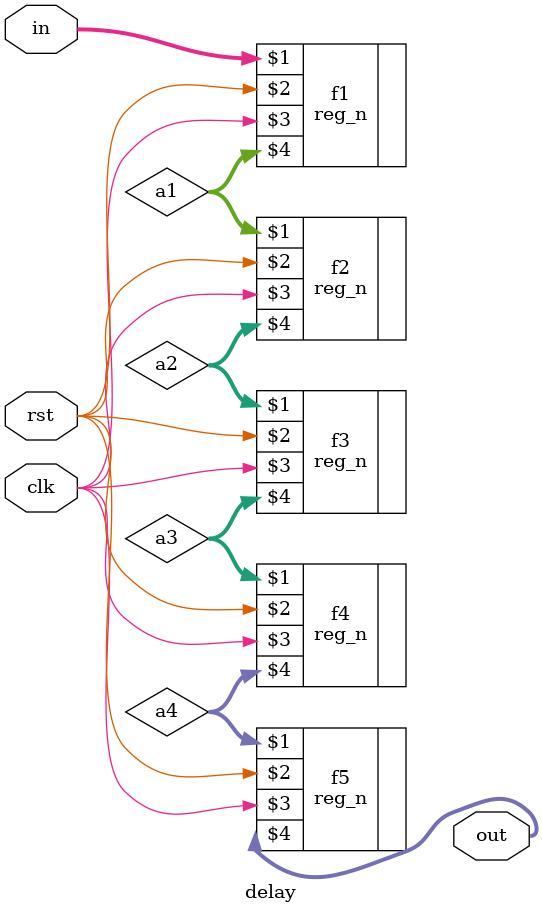
<source format=v>
module delay #(parameter N = 4)
(
    input [(2 ** N) - 1 : 0] in,
    input clk, rst,
    output [(2 ** N) - 1 : 0] out
);
    wire [(2 ** N) - 1 : 0] a1, a2, a3, a4;

    reg_n f1(in, rst, clk, a1);
    reg_n f2(a1, rst, clk, a2);
    reg_n f3(a2, rst, clk, a3);
    reg_n f4(a3, rst, clk, a4);
    reg_n f5(a4, rst, clk, out);

endmodule

</source>
